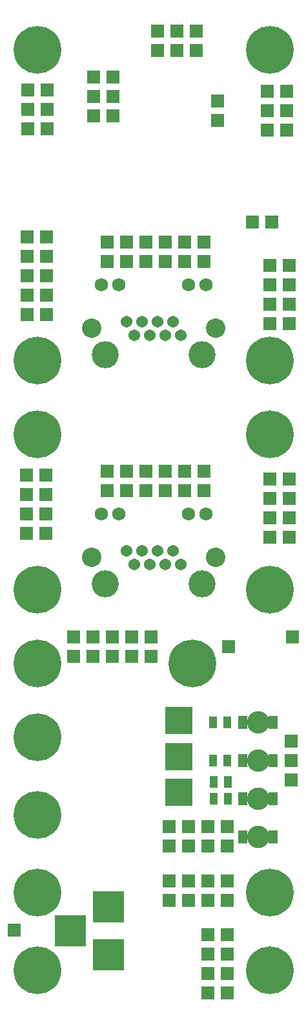
<source format=gbr>
G75*
G71*
%MOMM*%
%OFA0B0*%
%FSLAX53Y53*%
%IPPOS*%
%LPD*%
%ADD13R,1.12900X1.63700*%
%ADD17C,0.30000*%
%ADD38R,4.05000X4.05000*%
%ADD49R,1.29000X1.74000*%
%ADD51R,1.76400X1.76400*%
%ADD57C,1.54000*%
%ADD61C,2.94000*%
%ADD65C,1.74000*%
%ADD66C,6.24000*%
%ADD72C,2.54000*%
%ADD76R,3.64000X3.64000*%
%ADD84C,3.54000*%
X0000000Y0000000D02*
G01*
D17*
D66*
X0035306Y0014986D03*
D51*
X0029718Y0001842D03*
X0027178Y0001842D03*
X0029718Y0004382D03*
X0027178Y0004382D03*
X0029718Y0006922D03*
X0027178Y0006922D03*
X0029718Y0009462D03*
X0027178Y0009462D03*
D38*
X0014097Y0013058D03*
X0014097Y0006858D03*
X0009097Y0009958D03*
D51*
X0022098Y0013907D03*
X0022098Y0016447D03*
X0022098Y0021082D03*
X0022098Y0023622D03*
X0024638Y0021082D03*
X0024638Y0023622D03*
X0024638Y0013907D03*
X0024638Y0016447D03*
X0038100Y0034798D03*
X0038100Y0029718D03*
D13*
X0029782Y0027242D03*
X0027877Y0027242D03*
X0029718Y0037211D03*
X0027813Y0037211D03*
X0029782Y0029464D03*
X0027877Y0029464D03*
D76*
X0023368Y0028066D03*
X0023368Y0032766D03*
X0023368Y0037466D03*
D66*
X0004826Y0014986D03*
X0035306Y0004826D03*
X0004826Y0004826D03*
X0004826Y0025146D03*
X0004826Y0035306D03*
D51*
X0038100Y0032258D03*
D13*
X0029718Y0032258D03*
X0027813Y0032258D03*
D49*
X0035719Y0022246D03*
X0031719Y0022246D03*
D61*
X0033719Y0022246D03*
D49*
X0035719Y0037246D03*
X0031719Y0037246D03*
D61*
X0033719Y0037246D03*
D49*
X0035719Y0027242D03*
X0031719Y0027242D03*
D61*
X0033719Y0027242D03*
D49*
X0035719Y0032246D03*
X0031719Y0032246D03*
D61*
X0033719Y0032246D03*
D51*
X0029718Y0013907D03*
X0029718Y0016447D03*
X0029718Y0021082D03*
X0029718Y0023622D03*
X0027178Y0021082D03*
X0027178Y0023622D03*
X0027178Y0013907D03*
X0027178Y0016447D03*
X0001715Y0010033D03*
X0000000Y0040130D02*
G01*
D17*
D51*
X0029845Y0047115D03*
X0038227Y0048385D03*
X0014605Y0045845D03*
X0014605Y0048385D03*
X0012065Y0045845D03*
X0012065Y0048385D03*
X0017145Y0045845D03*
X0017145Y0048385D03*
X0009525Y0045845D03*
X0009525Y0048385D03*
X0019685Y0045845D03*
X0019685Y0048385D03*
D66*
X0025146Y0044956D03*
X0004826Y0044956D03*
X0000000Y0049780D02*
G01*
D17*
D84*
X0013716Y0055368D03*
X0026416Y0055368D03*
D72*
X0028196Y0058798D03*
X0011936Y0058798D03*
D57*
X0017526Y0057908D03*
X0019556Y0057908D03*
X0021586Y0057908D03*
X0023616Y0057908D03*
X0016506Y0059688D03*
X0018536Y0059688D03*
X0020566Y0059688D03*
X0022596Y0059688D03*
D65*
X0026926Y0064508D03*
X0024636Y0064508D03*
X0015496Y0064508D03*
X0013206Y0064508D03*
D51*
X0035306Y0069021D03*
X0037846Y0069021D03*
X0035306Y0066481D03*
X0037846Y0066481D03*
X0035306Y0063941D03*
X0037846Y0063941D03*
X0035306Y0061401D03*
X0037846Y0061401D03*
X0005906Y0061909D03*
X0003366Y0061909D03*
X0005906Y0064449D03*
X0003366Y0064449D03*
X0005906Y0066989D03*
X0003366Y0066989D03*
X0013970Y0067560D03*
X0013970Y0070100D03*
X0016510Y0067560D03*
X0016510Y0070100D03*
D66*
X0004826Y0074926D03*
X0035306Y0054606D03*
X0004826Y0054606D03*
X0035306Y0074926D03*
D51*
X0005906Y0069529D03*
X0003366Y0069529D03*
X0019050Y0067560D03*
X0019050Y0070100D03*
X0021590Y0067560D03*
X0021590Y0070100D03*
X0026670Y0067560D03*
X0026670Y0070100D03*
X0024130Y0067560D03*
X0024130Y0070100D03*
X0000000Y0079750D02*
G01*
D17*
D84*
X0013716Y0085338D03*
X0026416Y0085338D03*
D72*
X0028196Y0088768D03*
X0011936Y0088768D03*
D57*
X0017526Y0087878D03*
X0019556Y0087878D03*
X0021586Y0087878D03*
X0023616Y0087878D03*
X0016506Y0089658D03*
X0018536Y0089658D03*
X0020566Y0089658D03*
X0022596Y0089658D03*
D65*
X0026926Y0094478D03*
X0024636Y0094478D03*
X0015496Y0094478D03*
X0013206Y0094478D03*
D51*
X0035306Y0097022D03*
X0037846Y0097022D03*
X0035306Y0094482D03*
X0037846Y0094482D03*
X0035306Y0091942D03*
X0037846Y0091942D03*
X0035306Y0089402D03*
X0037846Y0089402D03*
X0013970Y0097530D03*
X0013970Y0100070D03*
X0016510Y0097530D03*
X0016510Y0100070D03*
X0019050Y0097530D03*
X0019050Y0100070D03*
X0021590Y0097530D03*
X0021590Y0100070D03*
X0024130Y0097530D03*
X0024130Y0100070D03*
X0026670Y0097530D03*
X0026670Y0100070D03*
X0034925Y0119755D03*
X0037465Y0119755D03*
X0034925Y0117215D03*
X0037465Y0117215D03*
X0034925Y0114675D03*
X0037465Y0114675D03*
X0028448Y0118485D03*
X0028448Y0115945D03*
X0014732Y0116580D03*
X0014732Y0119120D03*
X0014732Y0121660D03*
X0020574Y0125089D03*
X0020574Y0127629D03*
X0023114Y0125089D03*
X0023114Y0127629D03*
X0025654Y0125089D03*
X0025654Y0127629D03*
X0003493Y0117406D03*
X0006033Y0117406D03*
X0006033Y0119946D03*
X0003493Y0119946D03*
X0005969Y0100705D03*
X0003429Y0100705D03*
X0005969Y0093085D03*
X0003429Y0093085D03*
X0005969Y0095625D03*
X0003429Y0095625D03*
X0005969Y0098165D03*
X0003429Y0098165D03*
X0005969Y0090545D03*
X0003429Y0090545D03*
D66*
X0004826Y0125216D03*
X0035306Y0084576D03*
X0004826Y0084576D03*
X0035306Y0125216D03*
D51*
X0012192Y0116580D03*
X0012192Y0119120D03*
X0012192Y0121660D03*
X0032957Y0102674D03*
X0035497Y0102674D03*
X0006033Y0114866D03*
X0003493Y0114866D03*
M02*

</source>
